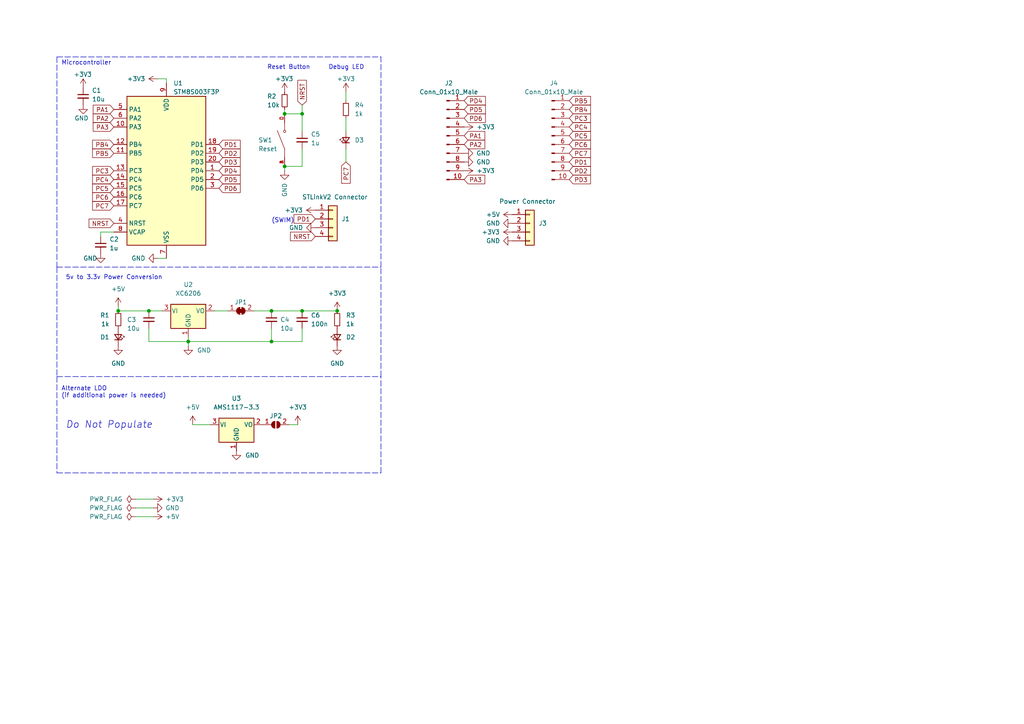
<source format=kicad_sch>
(kicad_sch (version 20211123) (generator eeschema)
  (paper "A4")
  (lib_symbols
    (symbol "Connector:Conn_01x10_Male" (pin_names (offset 1.016) hide)
      (property "Reference" "J" (at 0 12.7 0))
      (property "Value" "Conn_01x10_Male" (at 0 -15.24 0))
      (symbol "Conn_01x10_Male_1_1"
        (polyline (pts (xy 1.27 -12.7) (xy 0.8636 -12.7)) (stroke (width 0.1524)))
        (polyline (pts (xy 1.27 -10.16) (xy 0.8636 -10.16)) (stroke (width 0.1524)))
        (polyline (pts (xy 1.27 -7.62) (xy 0.8636 -7.62)) (stroke (width 0.1524)))
        (polyline (pts (xy 1.27 -5.08) (xy 0.8636 -5.08)) (stroke (width 0.1524)))
        (polyline (pts (xy 1.27 -2.54) (xy 0.8636 -2.54)) (stroke (width 0.1524)))
        (polyline (pts (xy 1.27 0) (xy 0.8636 0)) (stroke (width 0.1524)))
        (polyline (pts (xy 1.27 2.54) (xy 0.8636 2.54)) (stroke (width 0.1524)))
        (polyline (pts (xy 1.27 5.08) (xy 0.8636 5.08)) (stroke (width 0.1524)))
        (polyline (pts (xy 1.27 7.62) (xy 0.8636 7.62)) (stroke (width 0.1524)))
        (polyline (pts (xy 1.27 10.16) (xy 0.8636 10.16)) (stroke (width 0.1524)))
        (rectangle (start 0.8636 -12.573) (end 0 -12.827) (stroke (width 0.1524)) (fill (type outline)))
        (rectangle (start 0.8636 -10.033) (end 0 -10.287) (stroke (width 0.1524)) (fill (type outline)))
        (rectangle (start 0.8636 -7.493) (end 0 -7.747) (stroke (width 0.1524)) (fill (type outline)))
        (rectangle (start 0.8636 -4.953) (end 0 -5.207) (stroke (width 0.1524)) (fill (type outline)))
        (rectangle (start 0.8636 -2.413) (end 0 -2.667) (stroke (width 0.1524)) (fill (type outline)))
        (rectangle (start 0.8636 0.127) (end 0 -0.127) (stroke (width 0.1524)) (fill (type outline)))
        (rectangle (start 0.8636 2.667) (end 0 2.413) (stroke (width 0.1524)) (fill (type outline)))
        (rectangle (start 0.8636 5.207) (end 0 4.953) (stroke (width 0.1524)) (fill (type outline)))
        (rectangle (start 0.8636 7.747) (end 0 7.493) (stroke (width 0.1524)) (fill (type outline)))
        (rectangle (start 0.8636 10.287) (end 0 10.033) (stroke (width 0.1524)) (fill (type outline)))
        (pin passive line (at 5.08 10.16 180) (length 3.81) (name "Pin_1") (number "1"))
        (pin passive line (at 5.08 -12.7 180) (length 3.81) (name "Pin_10") (number "10"))
        (pin passive line (at 5.08 7.62 180) (length 3.81) (name "Pin_2") (number "2"))
        (pin passive line (at 5.08 5.08 180) (length 3.81) (name "Pin_3") (number "3"))
        (pin passive line (at 5.08 2.54 180) (length 3.81) (name "Pin_4") (number "4"))
        (pin passive line (at 5.08 0 180) (length 3.81) (name "Pin_5") (number "5"))
        (pin passive line (at 5.08 -2.54 180) (length 3.81) (name "Pin_6") (number "6"))
        (pin passive line (at 5.08 -5.08 180) (length 3.81) (name "Pin_7") (number "7"))
        (pin passive line (at 5.08 -7.62 180) (length 3.81) (name "Pin_8") (number "8"))
        (pin passive line (at 5.08 -10.16 180) (length 3.81) (name "Pin_9") (number "9"))
      )
    )
    (symbol "Connector_Generic:Conn_01x04" (pin_names (offset 1.016) hide)
      (property "Reference" "J" (at 0 5.08 0))
      (property "Value" "Conn_01x04" (at 0 -7.62 0))
      (symbol "Conn_01x04_1_1"
        (rectangle (start -1.27 -4.953) (end 0 -5.207) (stroke (width 0.1524)))
        (rectangle (start -1.27 -2.413) (end 0 -2.667) (stroke (width 0.1524)))
        (rectangle (start -1.27 0.127) (end 0 -0.127) (stroke (width 0.1524)))
        (rectangle (start -1.27 2.667) (end 0 2.413) (stroke (width 0.1524)))
        (rectangle (start -1.27 3.81) (end 1.27 -6.35) (stroke (width 0.254)) (fill (type background)))
        (pin passive line (at -5.08 2.54 0) (length 3.81) (name "Pin_1") (number "1"))
        (pin passive line (at -5.08 0 0) (length 3.81) (name "Pin_2") (number "2"))
        (pin passive line (at -5.08 -2.54 0) (length 3.81) (name "Pin_3") (number "3"))
        (pin passive line (at -5.08 -5.08 0) (length 3.81) (name "Pin_4") (number "4"))
      )
    )
    (symbol "Device:C_Small" (pin_numbers hide) (pin_names (offset 0.254) hide)
      (property "Reference" "C" (at 0.254 1.778 0))
      (property "Value" "C_Small" (at 0.254 -2.032 0))
      (symbol "C_Small_0_1"
        (polyline (pts (xy -1.524 -0.508) (xy 1.524 -0.508)) (stroke (width 0.3302)))
        (polyline (pts (xy -1.524 0.508) (xy 1.524 0.508)) (stroke (width 0.3048)))
      )
      (symbol "C_Small_1_1"
        (pin passive line (at 0 2.54 270) (length 2.032) (name "~") (number "1"))
        (pin passive line (at 0 -2.54 90) (length 2.032) (name "~") (number "2"))
      )
    )
    (symbol "Device:LED_Small" (pin_numbers hide) (pin_names (offset 0.254) hide)
      (property "Reference" "D" (at -1.27 3.175 0))
      (property "Value" "LED_Small" (at -4.445 -2.54 0))
      (symbol "LED_Small_0_1"
        (polyline (pts (xy -0.762 -1.016) (xy -0.762 1.016)) (stroke (width 0.254)))
        (polyline (pts (xy 1.016 0) (xy -0.762 0)))
        (polyline (pts (xy 0.762 -1.016) (xy -0.762 0) (xy 0.762 1.016) (xy 0.762 -1.016)) (stroke (width 0.254)))
        (polyline (pts (xy 0 0.762) (xy -0.508 1.27) (xy -0.254 1.27) (xy -0.508 1.27) (xy -0.508 1.016)))
        (polyline (pts (xy 0.508 1.27) (xy 0 1.778) (xy 0.254 1.778) (xy 0 1.778) (xy 0 1.524)))
      )
      (symbol "LED_Small_1_1"
        (pin passive line (at -2.54 0 0) (length 1.778) (name "K") (number "1"))
        (pin passive line (at 2.54 0 180) (length 1.778) (name "A") (number "2"))
      )
    )
    (symbol "Device:R_Small" (pin_numbers hide) (pin_names (offset 0.254) hide)
      (property "Reference" "R" (at 0.762 0.508 0))
      (property "Value" "R_Small" (at 0.762 -1.016 0))
      (symbol "R_Small_0_1"
        (rectangle (start -0.762 1.778) (end 0.762 -1.778) (stroke (width 0.2032)))
      )
      (symbol "R_Small_1_1"
        (pin passive line (at 0 2.54 270) (length 0.762) (name "~") (number "1"))
        (pin passive line (at 0 -2.54 90) (length 0.762) (name "~") (number "2"))
      )
    )
    (symbol "Jumper:SolderJumper_2_Bridged" (pin_names (offset 0) hide)
      (property "Reference" "JP" (at 0 2.032 0))
      (property "Value" "SolderJumper_2_Bridged" (at 0 -2.54 0))
      (symbol "SolderJumper_2_Bridged_0_1"
        (rectangle (start -0.508 0.508) (end 0.508 -0.508) (fill (type outline)))
        (arc (start -0.254 1.016) (mid -1.27 0) (end -0.254 -1.016))
        (arc (start -0.254 1.016) (mid -1.27 0) (end -0.254 -1.016) (fill (type outline)))
        (polyline (pts (xy -0.254 1.016) (xy -0.254 -1.016)))
        (polyline (pts (xy 0.254 1.016) (xy 0.254 -1.016)))
        (arc (start 0.254 -1.016) (mid 1.27 0) (end 0.254 1.016))
        (arc (start 0.254 -1.016) (mid 1.27 0) (end 0.254 1.016) (fill (type outline)))
      )
      (symbol "SolderJumper_2_Bridged_1_1"
        (pin passive line (at -3.81 0 0) (length 2.54) (name "A") (number "1"))
        (pin passive line (at 3.81 0 180) (length 2.54) (name "B") (number "2"))
      )
    )
    (symbol "Jumper:SolderJumper_2_Open" (pin_names (offset 0) hide)
      (property "Reference" "JP" (at 0 2.032 0))
      (property "Value" "SolderJumper_2_Open" (at 0 -2.54 0))
      (symbol "SolderJumper_2_Open_0_1"
        (arc (start -0.254 1.016) (mid -1.27 0) (end -0.254 -1.016))
        (arc (start -0.254 1.016) (mid -1.27 0) (end -0.254 -1.016) (fill (type outline)))
        (polyline (pts (xy -0.254 1.016) (xy -0.254 -1.016)))
        (polyline (pts (xy 0.254 1.016) (xy 0.254 -1.016)))
        (arc (start 0.254 -1.016) (mid 1.27 0) (end 0.254 1.016))
        (arc (start 0.254 -1.016) (mid 1.27 0) (end 0.254 1.016) (fill (type outline)))
      )
      (symbol "SolderJumper_2_Open_1_1"
        (pin passive line (at -3.81 0 0) (length 2.54) (name "A") (number "1"))
        (pin passive line (at 3.81 0 180) (length 2.54) (name "B") (number "2"))
      )
    )
    (symbol "MCU_ST_STM8:STM8S003F3P"
      (property "Reference" "U" (at 1.27 25.4 0))
      (property "Value" "STM8S003F3P" (at 1.27 22.86 0))
      (symbol "STM8S003F3P_0_1"
        (rectangle (start -11.43 21.59) (end 11.43 -21.59) (stroke (width 0.254)) (fill (type background)))
      )
      (symbol "STM8S003F3P_1_1"
        (pin bidirectional line (at 15.24 0 180) (length 3.81) (name "PD4") (number "1"))
        (pin bidirectional line (at -15.24 12.7 0) (length 3.81) (name "PA3") (number "10"))
        (pin bidirectional line (at -15.24 5.08 0) (length 3.81) (name "PB5") (number "11"))
        (pin bidirectional line (at -15.24 7.62 0) (length 3.81) (name "PB4") (number "12"))
        (pin bidirectional line (at -15.24 0 0) (length 3.81) (name "PC3") (number "13"))
        (pin bidirectional line (at -15.24 -2.54 0) (length 3.81) (name "PC4") (number "14"))
        (pin bidirectional line (at -15.24 -5.08 0) (length 3.81) (name "PC5") (number "15"))
        (pin bidirectional line (at -15.24 -7.62 0) (length 3.81) (name "PC6") (number "16"))
        (pin bidirectional line (at -15.24 -10.16 0) (length 3.81) (name "PC7") (number "17"))
        (pin bidirectional line (at 15.24 7.62 180) (length 3.81) (name "PD1") (number "18"))
        (pin bidirectional line (at 15.24 5.08 180) (length 3.81) (name "PD2") (number "19"))
        (pin bidirectional line (at 15.24 -2.54 180) (length 3.81) (name "PD5") (number "2"))
        (pin bidirectional line (at 15.24 2.54 180) (length 3.81) (name "PD3") (number "20"))
        (pin bidirectional line (at 15.24 -5.08 180) (length 3.81) (name "PD6") (number "3"))
        (pin input line (at -15.24 -15.24 0) (length 3.81) (name "NRST") (number "4"))
        (pin bidirectional line (at -15.24 17.78 0) (length 3.81) (name "PA1") (number "5"))
        (pin bidirectional line (at -15.24 15.24 0) (length 3.81) (name "PA2") (number "6"))
        (pin power_in line (at 0 -25.4 90) (length 3.81) (name "VSS") (number "7"))
        (pin passive line (at -15.24 -17.78 0) (length 3.81) (name "VCAP") (number "8"))
        (pin power_in line (at 0 25.4 270) (length 3.81) (name "VDD") (number "9"))
      )
    )
    (symbol "Regulator_Linear:AMS1117-3.3" (pin_names (offset 0.254))
      (property "Reference" "U" (at -3.81 3.175 0))
      (property "Value" "AMS1117-3.3" (at 0 3.175 0))
      (symbol "AMS1117-3.3_0_1"
        (rectangle (start -5.08 -5.08) (end 5.08 1.905) (stroke (width 0.254)) (fill (type background)))
      )
      (symbol "AMS1117-3.3_1_1"
        (pin power_in line (at 0 -7.62 90) (length 2.54) (name "GND") (number "1"))
        (pin power_out line (at 7.62 0 180) (length 2.54) (name "VO") (number "2"))
        (pin power_in line (at -7.62 0 0) (length 2.54) (name "VI") (number "3"))
      )
    )
    (symbol "Regulator_Linear:XC6206PxxxMR" (pin_names (offset 0.254))
      (property "Reference" "U" (at -3.81 3.175 0))
      (property "Value" "XC6206PxxxMR" (at 0 3.175 0))
      (symbol "XC6206PxxxMR_0_1"
        (rectangle (start -5.08 1.905) (end 5.08 -5.08) (stroke (width 0.254)) (fill (type background)))
      )
      (symbol "XC6206PxxxMR_1_1"
        (pin power_in line (at 0 -7.62 90) (length 2.54) (name "GND") (number "1"))
        (pin power_out line (at 7.62 0 180) (length 2.54) (name "VO") (number "2"))
        (pin power_in line (at -7.62 0 0) (length 2.54) (name "VI") (number "3"))
      )
    )
    (symbol "TS-1187A-B-A-B:TS-1187A-B-A-B" (pin_names (offset 1.016) hide)
      (property "Reference" "S" (at -2.54 2.54 0))
      (property "Value" "TS-1187A-B-A-B" (at -2.54 -2.54 0))
      (symbol "TS-1187A-B-A-B_0_0"
        (polyline (pts (xy -2.54 0) (xy -5.08 0)) (stroke (width 0.1524)))
        (polyline (pts (xy -2.54 0) (xy 2.794 2.1336)) (stroke (width 0.1524)))
        (polyline (pts (xy 5.08 0) (xy 2.921 0)) (stroke (width 0.1524)))
        (circle (center 2.54 0) (radius 0.3302) (stroke (width 0.1524)))
        (pin passive line (at -7.62 0 0) (length 2.54) (name "~") (number "A"))
        (pin passive line (at -7.62 0 0) (length 2.54) (name "~") (number "B"))
        (pin passive line (at 7.62 0 180) (length 2.54) (name "~") (number "C"))
        (pin passive line (at 7.62 0 180) (length 2.54) (name "~") (number "D"))
      )
    )
    (symbol "power:+3.3V" (power) (pin_names (offset 0))
      (property "Value" "+3.3V" (at 0 3.556 0))
      (symbol "+3.3V_0_1"
        (polyline (pts (xy -0.762 1.27) (xy 0 2.54)))
        (polyline (pts (xy 0 0) (xy 0 2.54)))
        (polyline (pts (xy 0 2.54) (xy 0.762 1.27)))
      )
      (symbol "+3.3V_1_1"
        (pin power_in line (at 0 0 90) (length 0) hide (name "+3V3") (number "1"))
      )
    )
    (symbol "power:+5V" (power) (pin_names (offset 0))
      (property "Value" "+5V" (at 0 3.556 0))
      (symbol "+5V_0_1"
        (polyline (pts (xy -0.762 1.27) (xy 0 2.54)))
        (polyline (pts (xy 0 0) (xy 0 2.54)))
        (polyline (pts (xy 0 2.54) (xy 0.762 1.27)))
      )
      (symbol "+5V_1_1"
        (pin power_in line (at 0 0 90) (length 0) hide (name "+5V") (number "1"))
      )
    )
    (symbol "power:GND" (power) (pin_names (offset 0))
      (property "Value" "GND" (at 0 -3.81 0))
      (symbol "GND_0_1"
        (polyline (pts (xy 0 0) (xy 0 -1.27) (xy 1.27 -1.27) (xy 0 -2.54) (xy -1.27 -1.27) (xy 0 -1.27)))
      )
      (symbol "GND_1_1"
        (pin power_in line (at 0 0 270) (length 0) hide (name "GND") (number "1"))
      )
    )
    (symbol "power:PWR_FLAG" (power) (pin_numbers hide) (pin_names (offset 0) hide)
      (property "Value" "PWR_FLAG" (at 0 3.81 0))
      (symbol "PWR_FLAG_0_0"
        (pin power_out line (at 0 0 90) (length 0) (name "pwr") (number "1"))
      )
      (symbol "PWR_FLAG_0_1"
        (polyline (pts (xy 0 0) (xy 0 1.27) (xy -1.016 1.905) (xy 0 2.54) (xy 1.016 1.905) (xy 0 1.27)))
      )
    )
  )
  (junction (at 43.18 90.17))
  (junction (at 87.63 33.02))
  (junction (at 87.63 90.17))
  (junction (at 82.55 48.26))
  (junction (at 82.55 33.02))
  (junction (at 97.79 90.17))
  (junction (at 34.29 90.17))
  (junction (at 78.74 90.17))
  (junction (at 78.74 99.06))
  (junction (at 54.61 99.06))
  (wire (pts (xy 87.63 33.02) (xy 87.63 38.1)))
  (wire (pts (xy 82.55 48.26) (xy 87.63 48.26)))
  (wire (pts (xy 54.61 99.06) (xy 54.61 100.33)))
  (wire (pts (xy 100.33 29.21) (xy 100.33 26.67)))
  (wire (pts (xy 39.37 147.32) (xy 44.45 147.32)))
  (wire (pts (xy 87.63 95.25) (xy 87.63 99.06)))
  (wire (pts (xy 48.26 22.86) (xy 48.26 24.13)))
  (wire (pts (xy 43.18 95.25) (xy 43.18 99.06)))
  (wire (pts (xy 83.82 123.19) (xy 86.36 123.19)))
  (wire (pts (xy 34.29 88.9) (xy 34.29 90.17)))
  (polyline (pts (xy 110.49 109.22) (xy 110.49 77.47)))
  (wire (pts (xy 87.63 90.17) (xy 97.79 90.17)))
  (polyline (pts (xy 110.49 137.16) (xy 110.49 109.22)))
  (polyline (pts (xy 16.51 16.51) (xy 110.49 16.51)))
  (wire (pts (xy 54.61 99.06) (xy 78.74 99.06)))
  (wire (pts (xy 55.88 123.19) (xy 60.96 123.19)))
  (wire (pts (xy 39.37 149.86) (xy 44.45 149.86)))
  (polyline (pts (xy 16.51 16.51) (xy 16.51 77.47)))
  (wire (pts (xy 29.21 67.31) (xy 29.21 68.58)))
  (wire (pts (xy 78.74 90.17) (xy 87.63 90.17)))
  (wire (pts (xy 73.66 90.17) (xy 78.74 90.17)))
  (wire (pts (xy 43.18 90.17) (xy 46.99 90.17)))
  (wire (pts (xy 45.72 22.86) (xy 48.26 22.86)))
  (wire (pts (xy 100.33 38.1) (xy 100.33 34.29)))
  (polyline (pts (xy 16.51 137.16) (xy 110.49 137.16)))
  (wire (pts (xy 87.63 43.18) (xy 87.63 48.26)))
  (wire (pts (xy 39.37 144.78) (xy 44.45 144.78)))
  (polyline (pts (xy 16.51 77.47) (xy 110.49 77.47)))
  (polyline (pts (xy 16.51 109.22) (xy 16.51 137.16)))
  (wire (pts (xy 45.72 74.93) (xy 48.26 74.93)))
  (wire (pts (xy 82.55 33.02) (xy 87.63 33.02)))
  (polyline (pts (xy 110.49 77.47) (xy 110.49 16.51)))
  (polyline (pts (xy 16.51 109.22) (xy 110.49 109.22)))
  (wire (pts (xy 34.29 90.17) (xy 43.18 90.17)))
  (wire (pts (xy 43.18 99.06) (xy 54.61 99.06)))
  (wire (pts (xy 78.74 95.25) (xy 78.74 99.06)))
  (wire (pts (xy 62.23 90.17) (xy 66.04 90.17)))
  (wire (pts (xy 82.55 31.75) (xy 82.55 33.02)))
  (wire (pts (xy 87.63 99.06) (xy 78.74 99.06)))
  (polyline (pts (xy 16.51 77.47) (xy 16.51 109.22)))
  (wire (pts (xy 82.55 48.26) (xy 82.55 49.53)))
  (wire (pts (xy 54.61 97.79) (xy 54.61 99.06)))
  (wire (pts (xy 87.63 30.48) (xy 87.63 33.02)))
  (wire (pts (xy 33.02 67.31) (xy 29.21 67.31)))
  (wire (pts (xy 100.33 46.99) (xy 100.33 43.18)))
  (text "Reset Button" (at 77.47 20.32 0) (effects (font (size 1.27 1.27)) (justify left bottom)))
  (text "Debug LED" (at 95.25 20.32 0) (effects (font (size 1.27 1.27)) (justify left bottom)))
  (text "5v to 3.3v Power Conversion" (at 19.05 81.28 0) (effects (font (size 1.27 1.27)) (justify left bottom)))
  (text "Do Not Populate" (at 19.05 124.46 0) (effects (font (size 2 2) italic) (justify left bottom)))
  (text "Alternate LDO\n(if additional power is needed)" (at 17.78 115.57 0) (effects (font (size 1.27 1.27)) (justify left bottom)))
  (text "(SWIM)\n" (at 78.74 64.77 0) (effects (font (size 1.27 1.27)) (justify left bottom)))
  (text "Microcontroller" (at 17.78 19.05 0) (effects (font (size 1.27 1.27)) (justify left bottom)))
  (global_label "PC6" (shape input) (at 33.02 57.15 180) (property "Intersheet References" "${INTERSHEET_REFS}" (effects hide)))
  (global_label "PC5" (shape input) (at 33.02 54.61 180) (property "Intersheet References" "${INTERSHEET_REFS}" (effects hide)))
  (global_label "PB5" (shape input) (at 165.1 29.21 0) (property "Intersheet References" "${INTERSHEET_REFS}" (effects hide)))
  (global_label "PD1" (shape input) (at 63.5 41.91 0) (property "Intersheet References" "${INTERSHEET_REFS}" (effects hide)))
  (global_label "PD4" (shape input) (at 63.5 49.53 0) (property "Intersheet References" "${INTERSHEET_REFS}" (effects hide)))
  (global_label "NRST" (shape input) (at 91.44 68.58 180) (property "Intersheet References" "${INTERSHEET_REFS}" (effects hide)))
  (global_label "PC7" (shape input) (at 33.02 59.69 180) (property "Intersheet References" "${INTERSHEET_REFS}" (effects hide)))
  (global_label "PC4" (shape input) (at 33.02 52.07 180) (property "Intersheet References" "${INTERSHEET_REFS}" (effects hide)))
  (global_label "PD6" (shape input) (at 63.5 54.61 0) (property "Intersheet References" "${INTERSHEET_REFS}" (effects hide)))
  (global_label "PC4" (shape input) (at 165.1 36.83 0) (property "Intersheet References" "${INTERSHEET_REFS}" (effects hide)))
  (global_label "PA2" (shape input) (at 33.02 34.29 180) (property "Intersheet References" "${INTERSHEET_REFS}" (effects hide)))
  (global_label "PB4" (shape input) (at 165.1 31.75 0) (property "Intersheet References" "${INTERSHEET_REFS}" (effects hide)))
  (global_label "PA1" (shape input) (at 33.02 31.75 180) (property "Intersheet References" "${INTERSHEET_REFS}" (effects hide)))
  (global_label "PC3" (shape input) (at 33.02 49.53 180) (property "Intersheet References" "${INTERSHEET_REFS}" (effects hide)))
  (global_label "PD1" (shape input) (at 165.1 46.99 0) (property "Intersheet References" "${INTERSHEET_REFS}" (effects hide)))
  (global_label "PA1" (shape input) (at 134.62 39.37 0) (property "Intersheet References" "${INTERSHEET_REFS}" (effects hide)))
  (global_label "PD6" (shape input) (at 134.62 34.29 0) (property "Intersheet References" "${INTERSHEET_REFS}" (effects hide)))
  (global_label "PA2" (shape input) (at 134.62 41.91 0) (property "Intersheet References" "${INTERSHEET_REFS}" (effects hide)))
  (global_label "PC7" (shape input) (at 100.33 46.99 270) (property "Intersheet References" "${INTERSHEET_REFS}" (effects hide)))
  (global_label "PD1" (shape input) (at 91.44 63.5 180) (property "Intersheet References" "${INTERSHEET_REFS}" (effects hide)))
  (global_label "PD4" (shape input) (at 134.62 29.21 0) (property "Intersheet References" "${INTERSHEET_REFS}" (effects hide)))
  (global_label "PD2" (shape input) (at 63.5 44.45 0) (property "Intersheet References" "${INTERSHEET_REFS}" (effects hide)))
  (global_label "PC6" (shape input) (at 165.1 41.91 0) (property "Intersheet References" "${INTERSHEET_REFS}" (effects hide)))
  (global_label "PD5" (shape input) (at 63.5 52.07 0) (property "Intersheet References" "${INTERSHEET_REFS}" (effects hide)))
  (global_label "NRST" (shape input) (at 33.02 64.77 180) (property "Intersheet References" "${INTERSHEET_REFS}" (effects hide)))
  (global_label "PD3" (shape input) (at 63.5 46.99 0) (property "Intersheet References" "${INTERSHEET_REFS}" (effects hide)))
  (global_label "PB5" (shape input) (at 33.02 44.45 180) (property "Intersheet References" "${INTERSHEET_REFS}" (effects hide)))
  (global_label "PC5" (shape input) (at 165.1 39.37 0) (property "Intersheet References" "${INTERSHEET_REFS}" (effects hide)))
  (global_label "PD3" (shape input) (at 165.1 52.07 0) (property "Intersheet References" "${INTERSHEET_REFS}" (effects hide)))
  (global_label "PD5" (shape input) (at 134.62 31.75 0) (property "Intersheet References" "${INTERSHEET_REFS}" (effects hide)))
  (global_label "NRST" (shape input) (at 87.63 30.48 90) (property "Intersheet References" "${INTERSHEET_REFS}" (effects hide)))
  (global_label "PC7" (shape input) (at 165.1 44.45 0) (property "Intersheet References" "${INTERSHEET_REFS}" (effects hide)))
  (global_label "PC3" (shape input) (at 165.1 34.29 0) (property "Intersheet References" "${INTERSHEET_REFS}" (effects hide)))
  (global_label "PA3" (shape input) (at 134.62 52.07 0) (property "Intersheet References" "${INTERSHEET_REFS}" (effects hide)))
  (global_label "PB4" (shape input) (at 33.02 41.91 180) (property "Intersheet References" "${INTERSHEET_REFS}" (effects hide)))
  (global_label "PD2" (shape input) (at 165.1 49.53 0) (property "Intersheet References" "${INTERSHEET_REFS}" (effects hide)))
  (global_label "PA3" (shape input) (at 33.02 36.83 180) (property "Intersheet References" "${INTERSHEET_REFS}" (effects hide)))
  (symbol (lib_id "Jumper:SolderJumper_2_Bridged") (at 69.85 90.17 0) (unit 1)
    (property "Reference" "JP1" (at 69.85 87.63 0))
    (property "Value" "SolderJumper_2_Bridged" (effects hide))
    (property "Footprint" "Jumper:SolderJumper-2_P1.3mm_Bridged_RoundedPad1.0x1.5mm" (effects hide))
    (property "LCSC" "DNP" (effects hide))
  )
  (symbol (lib_id "Device:C_Small") (at 43.18 92.71 0) (unit 1)
    (property "Reference" "C3" (at 36.83 92.71 0) (effects (justify left)))
    (property "Value" "10u" (at 36.83 95.25 0) (effects (justify left)))
    (property "Footprint" "Capacitor_SMD:C_0603_1608Metric" (effects hide))
    (property "LCSC" "C19702" (effects hide))
  )
  (symbol (lib_id "power:+3.3V") (at 82.55 26.67 0) (unit 1)
    (property "Reference" "#PWR014" (effects hide))
    (property "Value" "+3.3V" (at 85.09 22.86 0) (effects (justify right)))
  )
  (symbol (lib_id "power:PWR_FLAG") (at 39.37 147.32 90) (unit 1)
    (property "Reference" "#FLG02" (effects hide))
    (property "Value" "PWR_FLAG" (at 35.56 147.3199 90) (effects (justify left)))
  )
  (symbol (lib_id "Connector_Generic:Conn_01x04") (at 153.67 64.77 0) (unit 1)
    (property "Reference" "J3" (at 156.21 64.7699 0) (effects (justify left)))
    (property "Value" "Power Connector" (at 144.78 58.42 0) (effects (justify left)))
    (property "Footprint" "Connector_PinHeader_2.54mm:PinHeader_1x04_P2.54mm_Vertical" (effects hide))
    (property "LCSC" "DNP" (effects hide))
  )
  (symbol (lib_id "power:GND") (at 45.72 74.93 270) (unit 1)
    (property "Reference" "#PWR010" (effects hide))
    (property "Value" "GND" (at 38.1 74.93 90) (effects (justify left)))
  )
  (symbol (lib_id "Device:C_Small") (at 87.63 40.64 0) (unit 1)
    (property "Reference" "C5" (at 90.17 38.9381 0) (effects (justify left)))
    (property "Value" "1u" (at 90.17 41.4781 0) (effects (justify left)))
    (property "Footprint" "Capacitor_SMD:C_0603_1608Metric" (effects hide))
    (property "LCSC" "C15849" (effects hide))
  )
  (symbol (lib_id "Device:LED_Small") (at 34.29 97.79 270) (mirror x) (unit 1)
    (property "Reference" "D1" (at 31.75 97.79 90) (effects (justify right)))
    (property "Value" "5v" (effects hide))
    (property "Footprint" "LED_SMD:LED_0603_1608Metric" (effects hide))
    (property "LCSC" "C72043" (effects hide))
  )
  (symbol (lib_id "power:GND") (at 68.58 130.81 0) (unit 1)
    (property "Reference" "#PWR013" (effects hide))
    (property "Value" "GND" (at 71.12 132.0799 0) (effects (justify left)))
  )
  (symbol (lib_id "power:GND") (at 97.79 100.33 0) (unit 1)
    (property "Reference" "#PWR020" (effects hide))
    (property "Value" "GND" (at 97.79 105.41 0))
  )
  (symbol (lib_id "Device:C_Small") (at 78.74 92.71 0) (unit 1)
    (property "Reference" "C4" (at 81.28 92.71 0) (effects (justify left)))
    (property "Value" "10u" (at 81.28 95.25 0) (effects (justify left)))
    (property "Footprint" "Capacitor_SMD:C_0603_1608Metric" (effects hide))
    (property "LCSC" "C19702" (effects hide))
  )
  (symbol (lib_id "Regulator_Linear:AMS1117-3.3") (at 68.58 123.19 0) (unit 1)
    (property "Reference" "U3" (at 68.58 115.57 0))
    (property "Value" "AMS1117-3.3" (at 68.58 118.11 0))
    (property "Footprint" "Package_TO_SOT_SMD:SOT-223-3_TabPin2" (effects hide))
    (property "LCSC" "C6186" (effects hide))
  )
  (symbol (lib_id "power:GND") (at 54.61 100.33 0) (unit 1)
    (property "Reference" "#PWR011" (effects hide))
    (property "Value" "GND" (at 57.15 101.5999 0) (effects (justify left)))
  )
  (symbol (lib_id "power:GND") (at 29.21 73.66 0) (unit 1)
    (property "Reference" "#PWR03" (effects hide))
    (property "Value" "GND" (at 24.13 74.93 0) (effects (justify left)))
  )
  (symbol (lib_id "power:GND") (at 82.55 49.53 0) (unit 1)
    (property "Reference" "#PWR015" (effects hide))
    (property "Value" "GND" (at 82.55 57.15 90) (effects (justify left)))
  )
  (symbol (lib_id "power:GND") (at 148.59 64.77 270) (unit 1)
    (property "Reference" "#PWR027" (effects hide))
    (property "Value" "GND" (at 140.97 64.77 90) (effects (justify left)))
  )
  (symbol (lib_id "Device:C_Small") (at 29.21 71.12 0) (unit 1)
    (property "Reference" "C2" (at 31.75 69.4181 0) (effects (justify left)))
    (property "Value" "1u" (at 31.75 71.9581 0) (effects (justify left)))
    (property "Footprint" "Capacitor_SMD:C_0603_1608Metric" (effects hide))
    (property "LCSC" "C15849" (effects hide))
  )
  (symbol (lib_id "power:GND") (at 134.62 46.99 90) (unit 1)
    (property "Reference" "#PWR024" (effects hide))
    (property "Value" "GND" (at 142.24 46.99 90) (effects (justify left)))
  )
  (symbol (lib_id "MCU_ST_STM8:STM8S003F3P") (at 48.26 49.53 0) (unit 1)
    (property "Reference" "U1" (at 50.2794 24.13 0) (effects (justify left)))
    (property "Value" "STM8S003F3P" (at 50.2794 26.67 0) (effects (justify left)))
    (property "Footprint" "Package_SO:TSSOP-20_4.4x6.5mm_P0.65mm" (effects hide))
    (property "Datasheet" "http://www.st.com/st-web-ui/static/active/en/resource/technical/document/datasheet/DM00024550.pdf" (effects hide))
    (property "LCSC" "C52717" (effects hide))
  )
  (symbol (lib_id "Device:R_Small") (at 34.29 92.71 0) (mirror y) (unit 1)
    (property "Reference" "R1" (at 31.75 91.4399 0) (effects (justify left)))
    (property "Value" "1k" (at 31.75 93.9799 0) (effects (justify left)))
    (property "Footprint" "Resistor_SMD:R_0603_1608Metric" (effects hide))
    (property "LCSC" "C21190" (effects hide))
  )
  (symbol (lib_id "Device:LED_Small") (at 97.79 97.79 90) (unit 1)
    (property "Reference" "D2" (at 100.33 97.79 90) (effects (justify right)))
    (property "Value" "3.3v" (effects hide))
    (property "Footprint" "LED_SMD:LED_0603_1608Metric" (effects hide))
    (property "LCSC" "C72043" (effects hide))
  )
  (symbol (lib_id "power:+3.3V") (at 97.79 90.17 0) (unit 1)
    (property "Reference" "#PWR019" (effects hide))
    (property "Value" "+3.3V" (at 97.79 85.09 0))
  )
  (symbol (lib_id "power:GND") (at 91.44 66.04 270) (unit 1)
    (property "Reference" "#PWR018" (effects hide))
    (property "Value" "GND" (at 83.82 66.04 90) (effects (justify left)))
  )
  (symbol (lib_id "power:+5V") (at 55.88 123.19 0) (unit 1)
    (property "Reference" "#PWR012" (effects hide))
    (property "Value" "+5V" (at 55.88 118.11 0))
  )
  (symbol (lib_id "power:+3.3V") (at 24.13 25.4 0) (unit 1)
    (property "Reference" "#PWR01" (effects hide))
    (property "Value" "+3.3V" (at 26.67 21.59 0) (effects (justify right)))
  )
  (symbol (lib_id "Connector_Generic:Conn_01x04") (at 96.52 63.5 0) (unit 1)
    (property "Reference" "J1" (at 99.06 63.4999 0) (effects (justify left)))
    (property "Value" "STLinkV2 Connector" (at 87.63 57.15 0) (effects (justify left)))
    (property "Footprint" "Connector_PinHeader_2.54mm:PinHeader_1x04_P2.54mm_Vertical" (effects hide))
    (property "LCSC" "DNP" (effects hide))
  )
  (symbol (lib_id "power:PWR_FLAG") (at 39.37 149.86 90) (unit 1)
    (property "Reference" "#FLG03" (effects hide))
    (property "Value" "PWR_FLAG" (at 35.56 149.8599 90) (effects (justify left)))
  )
  (symbol (lib_id "power:GND") (at 134.62 44.45 90) (unit 1)
    (property "Reference" "#PWR023" (effects hide))
    (property "Value" "GND" (at 142.24 44.45 90) (effects (justify left)))
  )
  (symbol (lib_id "TS-1187A-B-A-B:TS-1187A-B-A-B") (at 82.55 40.64 90) (unit 1)
    (property "Reference" "SW1" (at 74.93 40.64 90) (effects (justify right)))
    (property "Value" "Reset" (at 74.93 43.18 90) (effects (justify right)))
    (property "Footprint" "SW_TS-1187A-B-A-B" (effects hide))
    (property "LCSC" "C318884" (effects hide))
    (property "STANDARD" "Manufacturer Recommendations" (effects hide))
    (property "MANUFACTURER" "XKB Industrial Precision" (effects hide))
    (property "PARTREV" "A0" (effects hide))
    (property "MAXIMUM_PACKAGE_HEIGHT" "1.5mm" (effects hide))
  )
  (symbol (lib_id "Connector:Conn_01x10_Male") (at 129.54 39.37 0) (unit 1)
    (property "Reference" "J2" (at 130.175 24.13 0))
    (property "Value" "Conn_01x10_Male" (at 130.175 26.67 0))
    (property "Footprint" "Connector_PinHeader_2.54mm:PinHeader_1x10_P2.54mm_Vertical" (effects hide))
    (property "LCSC" "DNP" (effects hide))
  )
  (symbol (lib_id "Device:R_Small") (at 82.55 29.21 180) (unit 1)
    (property "Reference" "R2" (at 77.47 27.94 0) (effects (justify right)))
    (property "Value" "10k" (at 77.47 30.48 0) (effects (justify right)))
    (property "Footprint" "Resistor_SMD:R_0603_1608Metric" (effects hide))
    (property "LCSC" "C25804" (effects hide))
  )
  (symbol (lib_id "power:GND") (at 148.59 69.85 270) (unit 1)
    (property "Reference" "#PWR029" (effects hide))
    (property "Value" "GND" (at 140.97 69.85 90) (effects (justify left)))
  )
  (symbol (lib_id "power:GND") (at 24.13 30.48 0) (unit 1)
    (property "Reference" "#PWR02" (effects hide))
    (property "Value" "GND" (at 21.59 34.29 0) (effects (justify left)))
  )
  (symbol (lib_id "power:GND") (at 44.45 147.32 90) (unit 1)
    (property "Reference" "#PWR07" (effects hide))
    (property "Value" "GND" (at 52.07 147.32 90) (effects (justify left)))
  )
  (symbol (lib_id "power:+3.3V") (at 134.62 49.53 270) (unit 1)
    (property "Reference" "#PWR025" (effects hide))
    (property "Value" "+3.3V" (at 143.51 49.53 90) (effects (justify right)))
  )
  (symbol (lib_id "power:+3.3V") (at 44.45 144.78 270) (unit 1)
    (property "Reference" "#PWR06" (effects hide))
    (property "Value" "+3.3V" (at 53.34 144.78 90) (effects (justify right)))
  )
  (symbol (lib_id "Regulator_Linear:XC6206PxxxMR") (at 54.61 90.17 0) (unit 1)
    (property "Reference" "U2" (at 54.61 82.55 0))
    (property "Value" "XC6206" (at 54.61 85.09 0))
    (property "Footprint" "Package_TO_SOT_SMD:SOT-23" (effects hide))
    (property "LCSC" "C5446" (effects hide))
  )
  (symbol (lib_id "power:+3.3V") (at 86.36 123.19 0) (unit 1)
    (property "Reference" "#PWR016" (effects hide))
    (property "Value" "+3.3V" (at 86.36 118.11 0))
  )
  (symbol (lib_id "power:+3.3V") (at 91.44 60.96 90) (unit 1)
    (property "Reference" "#PWR017" (effects hide))
    (property "Value" "+3.3V" (at 82.55 60.96 90) (effects (justify right)))
  )
  (symbol (lib_id "power:+3.3V") (at 148.59 67.31 90) (unit 1)
    (property "Reference" "#PWR028" (effects hide))
    (property "Value" "+3.3V" (at 139.7 67.31 90) (effects (justify right)))
  )
  (symbol (lib_id "Device:C_Small") (at 87.63 92.71 0) (unit 1)
    (property "Reference" "C6" (at 90.17 91.4462 0) (effects (justify left)))
    (property "Value" "100n" (at 90.17 93.9862 0) (effects (justify left)))
    (property "Footprint" "Capacitor_SMD:C_0603_1608Metric" (effects hide))
    (property "LCSC" "C14663" (effects hide))
  )
  (symbol (lib_id "power:PWR_FLAG") (at 39.37 144.78 90) (unit 1)
    (property "Reference" "#FLG01" (effects hide))
    (property "Value" "PWR_FLAG" (at 35.56 144.7799 90) (effects (justify left)))
  )
  (symbol (lib_id "Device:R_Small") (at 100.33 31.75 0) (unit 1)
    (property "Reference" "R4" (at 102.87 30.4799 0) (effects (justify left)))
    (property "Value" "1k" (at 102.87 33.0199 0) (effects (justify left)))
    (property "Footprint" "Resistor_SMD:R_0603_1608Metric" (effects hide))
    (property "LCSC" "C21190" (effects hide))
  )
  (symbol (lib_id "power:+5V") (at 44.45 149.86 270) (unit 1)
    (property "Reference" "#PWR08" (effects hide))
    (property "Value" "+5V" (at 52.07 149.86 90) (effects (justify right)))
  )
  (symbol (lib_id "power:GND") (at 34.29 100.33 0) (mirror y) (unit 1)
    (property "Reference" "#PWR05" (effects hide))
    (property "Value" "GND" (at 34.29 105.41 0))
  )
  (symbol (lib_id "Device:LED_Small") (at 100.33 40.64 90) (unit 1)
    (property "Reference" "D3" (at 102.87 40.64 90) (effects (justify right)))
    (property "Value" "PC7" (effects hide))
    (property "Footprint" "LED_SMD:LED_0603_1608Metric" (effects hide))
    (property "LCSC" "C72043" (effects hide))
  )
  (symbol (lib_id "Device:R_Small") (at 97.79 92.71 0) (unit 1)
    (property "Reference" "R3" (at 100.33 91.4399 0) (effects (justify left)))
    (property "Value" "1k" (at 100.33 93.9799 0) (effects (justify left)))
    (property "Footprint" "Resistor_SMD:R_0603_1608Metric" (effects hide))
    (property "LCSC" "C21190" (effects hide))
  )
  (symbol (lib_id "power:+3.3V") (at 134.62 36.83 270) (unit 1)
    (property "Reference" "#PWR022" (effects hide))
    (property "Value" "+3.3V" (at 143.51 36.83 90) (effects (justify right)))
  )
  (symbol (lib_id "Connector:Conn_01x10_Male") (at 160.02 39.37 0) (unit 1)
    (property "Reference" "J4" (at 160.655 24.13 0))
    (property "Value" "Conn_01x10_Male" (at 160.655 26.67 0))
    (property "Footprint" "Connector_PinHeader_2.54mm:PinHeader_1x10_P2.54mm_Vertical" (effects hide))
    (property "LCSC" "DNP" (effects hide))
  )
  (symbol (lib_id "power:+3.3V") (at 100.33 26.67 0) (unit 1)
    (property "Reference" "#PWR021" (effects hide))
    (property "Value" "+3.3V" (at 100.33 22.86 0))
  )
  (symbol (lib_id "power:+3.3V") (at 45.72 22.86 90) (unit 1)
    (property "Reference" "#PWR09" (effects hide))
    (property "Value" "+3.3V" (at 36.83 22.86 90) (effects (justify right)))
  )
  (symbol (lib_id "power:+5V") (at 148.59 62.23 90) (unit 1)
    (property "Reference" "#PWR026" (effects hide))
    (property "Value" "+5V" (at 140.97 62.23 90) (effects (justify right)))
  )
  (symbol (lib_id "Jumper:SolderJumper_2_Open") (at 80.01 123.19 0) (unit 1)
    (property "Reference" "JP2" (at 80.01 120.65 0))
    (property "Value" "SolderJumper_2_Bridged" (effects hide))
    (property "Footprint" "Jumper:SolderJumper-2_P1.3mm_Open_RoundedPad1.0x1.5mm" (effects hide))
    (property "LCSC" "DNP" (effects hide))
  )
  (symbol (lib_id "Device:C_Small") (at 24.13 27.94 0) (unit 1)
    (property "Reference" "C1" (at 26.67 26.2381 0) (effects (justify left)))
    (property "Value" "10u" (at 26.67 28.7781 0) (effects (justify left)))
    (property "Footprint" "Capacitor_SMD:C_0603_1608Metric" (effects hide))
    (property "LCSC" "C19702" (effects hide))
  )
  (symbol (lib_id "power:+5V") (at 34.29 88.9 0) (unit 1)
    (property "Reference" "#PWR04" (effects hide))
    (property "Value" "+5V" (at 34.29 83.82 0))
  )
)
</source>
